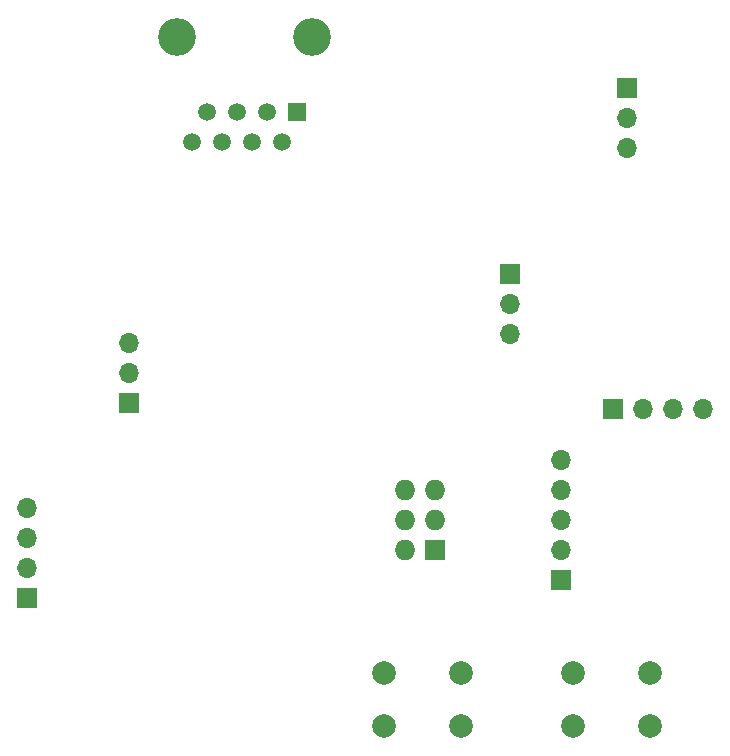
<source format=gbr>
G04 #@! TF.GenerationSoftware,KiCad,Pcbnew,(5.1.2-1)-1*
G04 #@! TF.CreationDate,2019-08-08T23:38:45+01:00*
G04 #@! TF.ProjectId,ACNodeReader_Debug,41434e6f-6465-4526-9561-6465725f4465,rev?*
G04 #@! TF.SameCoordinates,Original*
G04 #@! TF.FileFunction,Soldermask,Bot*
G04 #@! TF.FilePolarity,Negative*
%FSLAX46Y46*%
G04 Gerber Fmt 4.6, Leading zero omitted, Abs format (unit mm)*
G04 Created by KiCad (PCBNEW (5.1.2-1)-1) date 2019-08-08 23:38:45*
%MOMM*%
%LPD*%
G04 APERTURE LIST*
%ADD10C,2.000000*%
%ADD11O,1.700000X1.700000*%
%ADD12R,1.700000X1.700000*%
%ADD13O,1.727200X1.727200*%
%ADD14R,1.727200X1.727200*%
%ADD15C,1.500000*%
%ADD16R,1.500000X1.500000*%
%ADD17C,3.200000*%
G04 APERTURE END LIST*
D10*
X179474000Y-116840000D03*
X179474000Y-121340000D03*
X172974000Y-116840000D03*
X172974000Y-121340000D03*
X163472000Y-116840000D03*
X163472000Y-121340000D03*
X156972000Y-116840000D03*
X156972000Y-121340000D03*
D11*
X177546000Y-72390000D03*
X177546000Y-69850000D03*
D12*
X177546000Y-67310000D03*
D11*
X171958000Y-98806000D03*
X171958000Y-101346000D03*
X171958000Y-103886000D03*
X171958000Y-106426000D03*
D12*
X171958000Y-108966000D03*
D11*
X135382000Y-88900000D03*
X135382000Y-91440000D03*
D12*
X135382000Y-93980000D03*
D11*
X126746000Y-102870000D03*
X126746000Y-105410000D03*
X126746000Y-107950000D03*
D12*
X126746000Y-110490000D03*
D11*
X167640000Y-88138000D03*
X167640000Y-85598000D03*
D12*
X167640000Y-83058000D03*
D11*
X183946800Y-94462600D03*
X181406800Y-94462600D03*
X178866800Y-94462600D03*
D12*
X176326800Y-94462600D03*
D13*
X158750000Y-101346000D03*
X161290000Y-101346000D03*
X158750000Y-103886000D03*
X161290000Y-103886000D03*
X158750000Y-106426000D03*
D14*
X161290000Y-106426000D03*
D15*
X140716000Y-71882000D03*
X141986000Y-69342000D03*
X143256000Y-71882000D03*
X144526000Y-69342000D03*
X145796000Y-71882000D03*
X147066000Y-69342000D03*
X148336000Y-71882000D03*
D16*
X149606000Y-69342000D03*
D17*
X150876000Y-62992000D03*
X139446000Y-62992000D03*
M02*

</source>
